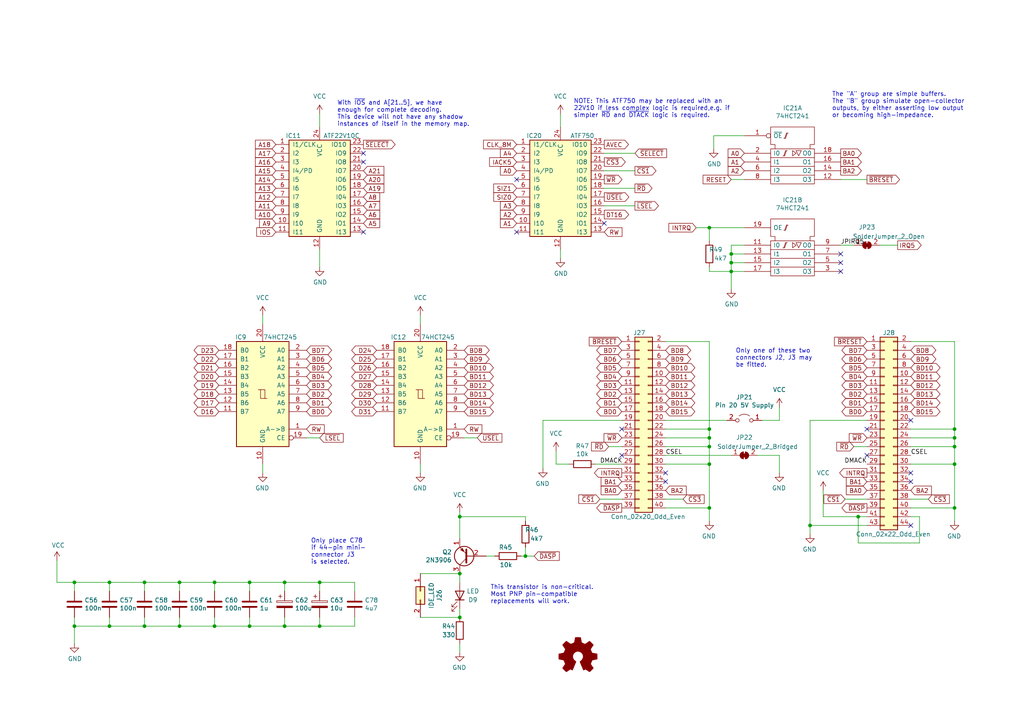
<source format=kicad_sch>
(kicad_sch (version 20211123) (generator eeschema)
  (paper "A4")
  (title_block (title "ROSCO_M68K IDE/ATA EXPANSION") (date "2022-01-14") (rev "p4") (company "GTA") (comment 2 "Open Source Hardware licenced under CERN Open Hardware Licence") (comment 3 "https://certification.oshwa.org/uk000028.html") (comment 4 "Copyright ©2021 Mark Murray"))
  (lib_symbols
    (symbol "74xx:74HC245" (pin_names (offset 1.016))
      (property "Reference" "U" (at -7.62 16.51 0))
      (property "Value" "74HC245" (at -7.62 -16.51 0))
      (symbol "74HC245_1_0"
        (pin input line (at -12.7 -10.16 0) (length 5.08) (name "A->B") (number "1"))
        (pin power_in line (at 0 -20.32 90) (length 5.08) (name "GND") (number "10"))
        (pin tri_state line (at 12.7 -5.08 180) (length 5.08) (name "B7") (number "11"))
        (pin tri_state line (at 12.7 -2.54 180) (length 5.08) (name "B6") (number "12"))
        (pin tri_state line (at 12.7 0 180) (length 5.08) (name "B5") (number "13"))
        (pin tri_state line (at 12.7 2.54 180) (length 5.08) (name "B4") (number "14"))
        (pin tri_state line (at 12.7 5.08 180) (length 5.08) (name "B3") (number "15"))
        (pin tri_state line (at 12.7 7.62 180) (length 5.08) (name "B2") (number "16"))
        (pin tri_state line (at 12.7 10.16 180) (length 5.08) (name "B1") (number "17"))
        (pin tri_state line (at 12.7 12.7 180) (length 5.08) (name "B0") (number "18"))
        (pin input inverted (at -12.7 -12.7 0) (length 5.08) (name "CE") (number "19"))
        (pin tri_state line (at -12.7 12.7 0) (length 5.08) (name "A0") (number "2"))
        (pin power_in line (at 0 20.32 270) (length 5.08) (name "VCC") (number "20"))
        (pin tri_state line (at -12.7 10.16 0) (length 5.08) (name "A1") (number "3"))
        (pin tri_state line (at -12.7 7.62 0) (length 5.08) (name "A2") (number "4"))
        (pin tri_state line (at -12.7 5.08 0) (length 5.08) (name "A3") (number "5"))
        (pin tri_state line (at -12.7 2.54 0) (length 5.08) (name "A4") (number "6"))
        (pin tri_state line (at -12.7 0 0) (length 5.08) (name "A5") (number "7"))
        (pin tri_state line (at -12.7 -2.54 0) (length 5.08) (name "A6") (number "8"))
        (pin tri_state line (at -12.7 -5.08 0) (length 5.08) (name "A7") (number "9"))
      )
    )
    (symbol "74xx_IEEE:74LS241" (pin_names (offset 0.762))
      (property "Reference" "U" (at 8.89 10.16 0))
      (property "Value" "74LS241" (at 6.35 -7.62 0))
      (symbol "74LS241_0_0"
        (pin power_in line (at 1.27 10.16 270) (length 0) hide (name "GND") (number "10"))
        (pin power_in line (at 5.08 10.16 270) (length 0) hide (name "VCC") (number "20"))
      )
      (symbol "74LS241_1_1"
        (pin input inverted (at -13.97 7.62 0) (length 7.62) (name "~{OE}") (number "1"))
        (pin tri_state line (at 13.97 -5.08 180) (length 7.62) (name "O3") (number "12"))
        (pin tri_state line (at 13.97 -2.54 180) (length 7.62) (name "O2") (number "14"))
        (pin tri_state line (at 13.97 0 180) (length 7.62) (name "O1") (number "16"))
        (pin tri_state line (at 13.97 2.54 180) (length 7.62) (name "O0") (number "18"))
        (pin input line (at -13.97 2.54 0) (length 7.62) (name "I0") (number "2"))
        (pin input line (at -13.97 0 0) (length 7.62) (name "I1") (number "4"))
        (pin input line (at -13.97 -2.54 0) (length 7.62) (name "I2") (number "6"))
        (pin input line (at -13.97 -5.08 0) (length 7.62) (name "I3") (number "8"))
      )
      (symbol "74LS241_2_1"
        (pin input line (at -13.97 2.54 0) (length 7.62) (name "I0") (number "11"))
        (pin input line (at -13.97 0 0) (length 7.62) (name "I1") (number "13"))
        (pin input line (at -13.97 -2.54 0) (length 7.62) (name "I2") (number "15"))
        (pin input line (at -13.97 -5.08 0) (length 7.62) (name "I3") (number "17"))
        (pin input line (at -13.97 7.62 0) (length 7.62) (name "OE") (number "19"))
        (pin tri_state line (at 13.97 -5.08 180) (length 7.62) (name "O3") (number "3"))
        (pin tri_state line (at 13.97 -2.54 180) (length 7.62) (name "O2") (number "5"))
        (pin tri_state line (at 13.97 0 180) (length 7.62) (name "O1") (number "7"))
        (pin tri_state line (at 13.97 2.54 180) (length 7.62) (name "O0") (number "9"))
      )
    )
    (symbol "Connector_Generic:Conn_02x01" (pin_names (offset 1.016) hide)
      (property "Reference" "J" (at 1.27 2.54 0))
      (property "Value" "Conn_02x01" (at 1.27 -2.54 0))
      (symbol "Conn_02x01_1_1"
        (pin passive line (at -5.08 0 0) (length 3.81) (name "Pin_1") (number "1"))
        (pin passive line (at 7.62 0 180) (length 3.81) (name "Pin_2") (number "2"))
      )
    )
    (symbol "Connector_Generic:Conn_02x20_Odd_Even" (pin_names (offset 1.016) hide)
      (property "Reference" "J" (at 1.27 25.4 0))
      (property "Value" "Conn_02x20_Odd_Even" (at 1.27 -27.94 0))
      (symbol "Conn_02x20_Odd_Even_1_1"
        (pin passive line (at -5.08 22.86 0) (length 3.81) (name "Pin_1") (number "1"))
        (pin passive line (at 7.62 12.7 180) (length 3.81) (name "Pin_10") (number "10"))
        (pin passive line (at -5.08 10.16 0) (length 3.81) (name "Pin_11") (number "11"))
        (pin passive line (at 7.62 10.16 180) (length 3.81) (name "Pin_12") (number "12"))
        (pin passive line (at -5.08 7.62 0) (length 3.81) (name "Pin_13") (number "13"))
        (pin passive line (at 7.62 7.62 180) (length 3.81) (name "Pin_14") (number "14"))
        (pin passive line (at -5.08 5.08 0) (length 3.81) (name "Pin_15") (number "15"))
        (pin passive line (at 7.62 5.08 180) (length 3.81) (name "Pin_16") (number "16"))
        (pin passive line (at -5.08 2.54 0) (length 3.81) (name "Pin_17") (number "17"))
        (pin passive line (at 7.62 2.54 180) (length 3.81) (name "Pin_18") (number "18"))
        (pin passive line (at -5.08 0 0) (length 3.81) (name "Pin_19") (number "19"))
        (pin passive line (at 7.62 22.86 180) (length 3.81) (name "Pin_2") (number "2"))
        (pin passive line (at 7.62 0 180) (length 3.81) (name "Pin_20") (number "20"))
        (pin passive line (at -5.08 -2.54 0) (length 3.81) (name "Pin_21") (number "21"))
        (pin passive line (at 7.62 -2.54 180) (length 3.81) (name "Pin_22") (number "22"))
        (pin passive line (at -5.08 -5.08 0) (length 3.81) (name "Pin_23") (number "23"))
        (pin passive line (at 7.62 -5.08 180) (length 3.81) (name "Pin_24") (number "24"))
        (pin passive line (at -5.08 -7.62 0) (length 3.81) (name "Pin_25") (number "25"))
        (pin passive line (at 7.62 -7.62 180) (length 3.81) (name "Pin_26") (number "26"))
        (pin passive line (at -5.08 -10.16 0) (length 3.81) (name "Pin_27") (number "27"))
        (pin passive line (at 7.62 -10.16 180) (length 3.81) (name "Pin_28") (number "28"))
        (pin passive line (at -5.08 -12.7 0) (length 3.81) (name "Pin_29") (number "29"))
        (pin passive line (at -5.08 20.32 0) (length 3.81) (name "Pin_3") (number "3"))
        (pin passive line (at 7.62 -12.7 180) (length 3.81) (name "Pin_30") (number "30"))
        (pin passive line (at -5.08 -15.24 0) (length 3.81) (name "Pin_31") (number "31"))
        (pin passive line (at 7.62 -15.24 180) (length 3.81) (name "Pin_32") (number "32"))
        (pin passive line (at -5.08 -17.78 0) (length 3.81) (name "Pin_33") (number "33"))
        (pin passive line (at 7.62 -17.78 180) (length 3.81) (name "Pin_34") (number "34"))
        (pin passive line (at -5.08 -20.32 0) (length 3.81) (name "Pin_35") (number "35"))
        (pin passive line (at 7.62 -20.32 180) (length 3.81) (name "Pin_36") (number "36"))
        (pin passive line (at -5.08 -22.86 0) (length 3.81) (name "Pin_37") (number "37"))
        (pin passive line (at 7.62 -22.86 180) (length 3.81) (name "Pin_38") (number "38"))
        (pin passive line (at -5.08 -25.4 0) (length 3.81) (name "Pin_39") (number "39"))
        (pin passive line (at 7.62 20.32 180) (length 3.81) (name "Pin_4") (number "4"))
        (pin passive line (at 7.62 -25.4 180) (length 3.81) (name "Pin_40") (number "40"))
        (pin passive line (at -5.08 17.78 0) (length 3.81) (name "Pin_5") (number "5"))
        (pin passive line (at 7.62 17.78 180) (length 3.81) (name "Pin_6") (number "6"))
        (pin passive line (at -5.08 15.24 0) (length 3.81) (name "Pin_7") (number "7"))
        (pin passive line (at 7.62 15.24 180) (length 3.81) (name "Pin_8") (number "8"))
        (pin passive line (at -5.08 12.7 0) (length 3.81) (name "Pin_9") (number "9"))
      )
    )
    (symbol "Connector_Generic:Conn_02x22_Odd_Even" (pin_names (offset 1.016) hide)
      (property "Reference" "J" (at 1.27 27.94 0))
      (property "Value" "Conn_02x22_Odd_Even" (at 1.27 -30.48 0))
      (symbol "Conn_02x22_Odd_Even_1_1"
        (pin passive line (at -5.08 25.4 0) (length 3.81) (name "Pin_1") (number "1"))
        (pin passive line (at 7.62 15.24 180) (length 3.81) (name "Pin_10") (number "10"))
        (pin passive line (at -5.08 12.7 0) (length 3.81) (name "Pin_11") (number "11"))
        (pin passive line (at 7.62 12.7 180) (length 3.81) (name "Pin_12") (number "12"))
        (pin passive line (at -5.08 10.16 0) (length 3.81) (name "Pin_13") (number "13"))
        (pin passive line (at 7.62 10.16 180) (length 3.81) (name "Pin_14") (number "14"))
        (pin passive line (at -5.08 7.62 0) (length 3.81) (name "Pin_15") (number "15"))
        (pin passive line (at 7.62 7.62 180) (length 3.81) (name "Pin_16") (number "16"))
        (pin passive line (at -5.08 5.08 0) (length 3.81) (name "Pin_17") (number "17"))
        (pin passive line (at 7.62 5.08 180) (length 3.81) (name "Pin_18") (number "18"))
        (pin passive line (at -5.08 2.54 0) (length 3.81) (name "Pin_19") (number "19"))
        (pin passive line (at 7.62 25.4 180) (length 3.81) (name "Pin_2") (number "2"))
        (pin passive line (at 7.62 2.54 180) (length 3.81) (name "Pin_20") (number "20"))
        (pin passive line (at -5.08 0 0) (length 3.81) (name "Pin_21") (number "21"))
        (pin passive line (at 7.62 0 180) (length 3.81) (name "Pin_22") (number "22"))
        (pin passive line (at -5.08 -2.54 0) (length 3.81) (name "Pin_23") (number "23"))
        (pin passive line (at 7.62 -2.54 180) (length 3.81) (name "Pin_24") (number "24"))
        (pin passive line (at -5.08 -5.08 0) (length 3.81) (name "Pin_25") (number "25"))
        (pin passive line (at 7.62 -5.08 180) (length 3.81) (name "Pin_26") (number "26"))
        (pin passive line (at -5.08 -7.62 0) (length 3.81) (name "Pin_27") (number "27"))
        (pin passive line (at 7.62 -7.62 180) (length 3.81) (name "Pin_28") (number "28"))
        (pin passive line (at -5.08 -10.16 0) (length 3.81) (name "Pin_29") (number "29"))
        (pin passive line (at -5.08 22.86 0) (length 3.81) (name "Pin_3") (number "3"))
        (pin passive line (at 7.62 -10.16 180) (length 3.81) (name "Pin_30") (number "30"))
        (pin passive line (at -5.08 -12.7 0) (length 3.81) (name "Pin_31") (number "31"))
        (pin passive line (at 7.62 -12.7 180) (length 3.81) (name "Pin_32") (number "32"))
        (pin passive line (at -5.08 -15.24 0) (length 3.81) (name "Pin_33") (number "33"))
        (pin passive line (at 7.62 -15.24 180) (length 3.81) (name "Pin_34") (number "34"))
        (pin passive line (at -5.08 -17.78 0) (length 3.81) (name "Pin_35") (number "35"))
        (pin passive line (at 7.62 -17.78 180) (length 3.81) (name "Pin_36") (number "36"))
        (pin passive line (at -5.08 -20.32 0) (length 3.81) (name "Pin_37") (number "37"))
        (pin passive line (at 7.62 -20.32 180) (length 3.81) (name "Pin_38") (number "38"))
        (pin passive line (at -5.08 -22.86 0) (length 3.81) (name "Pin_39") (number "39"))
        (pin passive line (at 7.62 22.86 180) (length 3.81) (name "Pin_4") (number "4"))
        (pin passive line (at 7.62 -22.86 180) (length 3.81) (name "Pin_40") (number "40"))
        (pin passive line (at -5.08 -25.4 0) (length 3.81) (name "Pin_41") (number "41"))
        (pin passive line (at 7.62 -25.4 180) (length 3.81) (name "Pin_42") (number "42"))
        (pin passive line (at -5.08 -27.94 0) (length 3.81) (name "Pin_43") (number "43"))
        (pin passive line (at 7.62 -27.94 180) (length 3.81) (name "Pin_44") (number "44"))
        (pin passive line (at -5.08 20.32 0) (length 3.81) (name "Pin_5") (number "5"))
        (pin passive line (at 7.62 20.32 180) (length 3.81) (name "Pin_6") (number "6"))
        (pin passive line (at -5.08 17.78 0) (length 3.81) (name "Pin_7") (number "7"))
        (pin passive line (at 7.62 17.78 180) (length 3.81) (name "Pin_8") (number "8"))
        (pin passive line (at -5.08 15.24 0) (length 3.81) (name "Pin_9") (number "9"))
      )
    )
    (symbol "Device:C" (pin_numbers hide) (pin_names (offset 0.254))
      (property "Reference" "C" (at 0.635 2.54 0))
      (property "Value" "C" (at 0.635 -2.54 0))
      (symbol "C_1_1"
        (pin passive line (at 0 3.81 270) (length 2.794) (name "~") (number "1"))
        (pin passive line (at 0 -3.81 90) (length 2.794) (name "~") (number "2"))
      )
    )
    (symbol "Device:C_Polarized" (pin_numbers hide) (pin_names (offset 0.254))
      (property "Reference" "C" (at 0.635 2.54 0))
      (property "Value" "C_Polarized" (at 0.635 -2.54 0))
      (symbol "C_Polarized_1_1"
        (pin passive line (at 0 3.81 270) (length 2.794) (name "~") (number "1"))
        (pin passive line (at 0 -3.81 90) (length 2.794) (name "~") (number "2"))
      )
    )
    (symbol "Device:LED" (pin_numbers hide) (pin_names (offset 1.016) hide)
      (property "Reference" "D" (at 0 2.54 0))
      (property "Value" "LED" (at 0 -2.54 0))
      (symbol "LED_1_1"
        (pin passive line (at -3.81 0 0) (length 2.54) (name "K") (number "1"))
        (pin passive line (at 3.81 0 180) (length 2.54) (name "A") (number "2"))
      )
    )
    (symbol "Device:Q_PNP_EBC" (pin_names (offset 0) hide)
      (property "Reference" "Q" (at 5.08 1.27 0))
      (property "Value" "Q_PNP_EBC" (at 5.08 -1.27 0))
      (symbol "Q_PNP_EBC_1_1"
        (pin passive line (at 2.54 -5.08 90) (length 2.54) (name "E") (number "1"))
        (pin input line (at -5.08 0 0) (length 5.715) (name "B") (number "2"))
        (pin passive line (at 2.54 5.08 270) (length 2.54) (name "C") (number "3"))
      )
    )
    (symbol "Device:R" (pin_numbers hide) (pin_names (offset 0))
      (property "Reference" "R" (at 2.032 0 90))
      (property "Value" "R" (at 0 0 90))
      (symbol "R_1_1"
        (pin passive line (at 0 3.81 270) (length 1.27) (name "~") (number "1"))
        (pin passive line (at 0 -3.81 90) (length 1.27) (name "~") (number "2"))
      )
    )
    (symbol "Graphic:Logo_Open_Hardware_Small" (pin_names (offset 1.016)))
    (symbol "Jumper:Jumper_2_Open" (pin_names (offset 0) hide)
      (property "Reference" "JP" (at 0 2.794 0))
      (property "Value" "Jumper_2_Open" (at 0 -2.286 0))
      (symbol "Jumper_2_Open_1_1"
        (pin passive line (at -5.08 0 0) (length 2.54) (name "A") (number "1"))
        (pin passive line (at 5.08 0 180) (length 2.54) (name "B") (number "2"))
      )
    )
    (symbol "Jumper:SolderJumper_2_Bridged" (pin_names (offset 0) hide)
      (property "Reference" "JP" (at 0 2.032 0))
      (property "Value" "SolderJumper_2_Bridged" (at 0 -2.54 0))
      (symbol "SolderJumper_2_Bridged_1_1"
        (pin passive line (at -3.81 0 0) (length 2.54) (name "A") (number "1"))
        (pin passive line (at 3.81 0 180) (length 2.54) (name "B") (number "2"))
      )
    )
    (symbol "power:GND" (power) (pin_names (offset 0))
      (property "Value" "GND" (at 0 -3.81 0))
      (symbol "GND_1_1"
        (pin power_in line (at 0 0 270) (length 0) hide (name "GND") (number "1"))
      )
    )
    (symbol "power:VCC" (power) (pin_names (offset 0))
      (property "Value" "VCC" (at 0 3.81 0))
      (symbol "VCC_1_1"
        (pin power_in line (at 0 0 90) (length 0) hide (name "VCC") (number "1"))
      )
    )
    (symbol "rosco_m68k:GAL22V10" (pin_names (offset 1.016))
      (property "Reference" "IC" (at -8.89 16.51 0))
      (property "Value" "GAL22V10" (at 1.27 16.51 0))
      (symbol "GAL22V10_0_0"
        (pin power_in line (at 0 -17.78 90) (length 3.81) (name "GND") (number "12"))
        (pin power_in line (at 0 17.78 270) (length 3.81) (name "VCC") (number "24"))
      )
      (symbol "GAL22V10_1_1"
        (pin input line (at -12.7 12.7 0) (length 3.81) (name "I1/CLK") (number "1"))
        (pin input line (at -12.7 -10.16 0) (length 3.81) (name "I10") (number "10"))
        (pin input line (at -12.7 -12.7 0) (length 3.81) (name "I11") (number "11"))
        (pin input line (at 12.7 -12.7 180) (length 3.81) (name "I13") (number "13"))
        (pin bidirectional line (at 12.7 -10.16 180) (length 3.81) (name "IO1") (number "14"))
        (pin bidirectional line (at 12.7 -7.62 180) (length 3.81) (name "IO2") (number "15"))
        (pin bidirectional line (at 12.7 -5.08 180) (length 3.81) (name "IO3") (number "16"))
        (pin bidirectional line (at 12.7 -2.54 180) (length 3.81) (name "I04") (number "17"))
        (pin bidirectional line (at 12.7 0 180) (length 3.81) (name "IO5") (number "18"))
        (pin bidirectional line (at 12.7 2.54 180) (length 3.81) (name "IO6") (number "19"))
        (pin input line (at -12.7 10.16 0) (length 3.81) (name "I2") (number "2"))
        (pin bidirectional line (at 12.7 5.08 180) (length 3.81) (name "IO7") (number "20"))
        (pin bidirectional line (at 12.7 7.62 180) (length 3.81) (name "IO8") (number "21"))
        (pin bidirectional line (at 12.7 10.16 180) (length 3.81) (name "IO9") (number "22"))
        (pin bidirectional line (at 12.7 12.7 180) (length 3.81) (name "IO10") (number "23"))
        (pin input line (at -12.7 7.62 0) (length 3.81) (name "I3") (number "3"))
        (pin input line (at -12.7 5.08 0) (length 3.81) (name "I4/PD") (number "4"))
        (pin input line (at -12.7 2.54 0) (length 3.81) (name "I5") (number "5"))
        (pin input line (at -12.7 0 0) (length 3.81) (name "I6") (number "6"))
        (pin input line (at -12.7 -2.54 0) (length 3.81) (name "I7") (number "7"))
        (pin input line (at -12.7 -5.08 0) (length 3.81) (name "I8") (number "8"))
        (pin input line (at -12.7 -7.62 0) (length 3.81) (name "I9") (number "9"))
      )
    )
  )
  (junction (at 41.91 181.61))
  (junction (at 92.71 168.91))
  (junction (at 205.74 134.62))
  (junction (at 21.59 181.61))
  (junction (at 31.75 168.91))
  (junction (at 92.71 181.61))
  (junction (at 133.35 149.86))
  (junction (at 133.35 179.07))
  (junction (at 62.23 181.61))
  (junction (at 52.07 181.61))
  (junction (at 276.86 124.46))
  (junction (at 276.86 134.62))
  (junction (at 82.55 181.61))
  (junction (at 72.39 181.61))
  (junction (at 152.4 161.29))
  (junction (at 205.74 124.46))
  (junction (at 234.95 152.4))
  (junction (at 62.23 168.91))
  (junction (at 72.39 168.91))
  (junction (at 212.09 76.2))
  (junction (at 205.74 66.04))
  (junction (at 212.09 78.74))
  (junction (at 276.86 127))
  (junction (at 205.74 147.32))
  (junction (at 205.74 127))
  (junction (at 31.75 181.61))
  (junction (at 276.86 129.54))
  (junction (at 212.09 73.66))
  (junction (at 133.35 166.37))
  (junction (at 248.92 149.86))
  (junction (at 276.86 147.32))
  (junction (at 21.59 168.91))
  (junction (at 52.07 168.91))
  (junction (at 41.91 168.91))
  (junction (at 205.74 129.54))
  (junction (at 82.55 168.91))
  (no_connect (at 105.41 44.45))
  (no_connect (at 243.84 76.2))
  (no_connect (at 251.46 132.08))
  (no_connect (at 243.84 78.74))
  (no_connect (at 264.16 139.7))
  (no_connect (at 175.26 64.77))
  (no_connect (at 251.46 124.46))
  (no_connect (at 243.84 73.66))
  (no_connect (at 193.04 137.16))
  (no_connect (at 180.34 132.08))
  (no_connect (at 264.16 137.16))
  (no_connect (at 180.34 124.46))
  (no_connect (at 105.41 67.31))
  (no_connect (at 149.86 67.31))
  (no_connect (at 264.16 152.4))
  (no_connect (at 149.86 52.07))
  (no_connect (at 193.04 139.7))
  (no_connect (at 105.41 46.99))
  (no_connect (at 264.16 121.92))
  (wire (pts (xy 173.99 144.78) (xy 180.34 144.78)))
  (wire (pts (xy 88.9 127) (xy 92.71 127)))
  (wire (pts (xy 205.74 66.04) (xy 215.9 66.04)))
  (wire (pts (xy 276.86 129.54) (xy 276.86 134.62)))
  (wire (pts (xy 201.93 66.04) (xy 205.74 66.04)))
  (wire (pts (xy 121.92 179.07) (xy 133.35 179.07)))
  (wire (pts (xy 219.71 132.08) (xy 226.06 132.08)))
  (wire (pts (xy 72.39 168.91) (xy 82.55 168.91)))
  (wire (pts (xy 276.86 147.32) (xy 276.86 151.13)))
  (wire (pts (xy 52.07 181.61) (xy 52.07 179.07)))
  (wire (pts (xy 193.04 147.32) (xy 205.74 147.32)))
  (wire (pts (xy 62.23 168.91) (xy 72.39 168.91)))
  (wire (pts (xy 205.74 129.54) (xy 205.74 127)))
  (wire (pts (xy 238.76 149.86) (xy 248.92 149.86)))
  (wire (pts (xy 165.1 134.62) (xy 161.29 134.62)))
  (wire (pts (xy 247.65 129.54) (xy 251.46 129.54)))
  (wire (pts (xy 226.06 118.11) (xy 226.06 121.92)))
  (wire (pts (xy 133.35 149.86) (xy 152.4 149.86)))
  (wire (pts (xy 264.16 124.46) (xy 276.86 124.46)))
  (wire (pts (xy 176.53 129.54) (xy 180.34 129.54)))
  (wire (pts (xy 193.04 127) (xy 205.74 127)))
  (wire (pts (xy 264.16 144.78) (xy 269.24 144.78)))
  (wire (pts (xy 193.04 121.92) (xy 210.82 121.92)))
  (wire (pts (xy 133.35 148.59) (xy 133.35 149.86)))
  (wire (pts (xy 121.92 134.62) (xy 121.92 137.16)))
  (wire (pts (xy 193.04 144.78) (xy 198.12 144.78)))
  (wire (pts (xy 212.09 76.2) (xy 212.09 78.74)))
  (wire (pts (xy 102.87 179.07) (xy 102.87 181.61)))
  (wire (pts (xy 92.71 33.02) (xy 92.71 36.83)))
  (wire (pts (xy 243.84 52.07) (xy 251.46 52.07)))
  (wire (pts (xy 16.51 162.56) (xy 16.51 168.91)))
  (wire (pts (xy 215.9 73.66) (xy 212.09 73.66)))
  (wire (pts (xy 31.75 168.91) (xy 31.75 171.45)))
  (wire (pts (xy 21.59 168.91) (xy 31.75 168.91)))
  (wire (pts (xy 205.74 129.54) (xy 205.74 134.62)))
  (wire (pts (xy 92.71 181.61) (xy 92.71 179.07)))
  (wire (pts (xy 205.74 147.32) (xy 205.74 151.13)))
  (wire (pts (xy 212.09 52.07) (xy 215.9 52.07)))
  (wire (pts (xy 133.35 166.37) (xy 133.35 168.91)))
  (wire (pts (xy 52.07 168.91) (xy 52.07 171.45)))
  (wire (pts (xy 238.76 142.24) (xy 238.76 149.86)))
  (wire (pts (xy 31.75 181.61) (xy 31.75 179.07)))
  (wire (pts (xy 92.71 168.91) (xy 102.87 168.91)))
  (wire (pts (xy 175.26 54.61) (xy 184.15 54.61)))
  (wire (pts (xy 212.09 73.66) (xy 212.09 76.2)))
  (wire (pts (xy 266.7 149.86) (xy 264.16 149.86)))
  (wire (pts (xy 215.9 39.37) (xy 207.01 39.37)))
  (wire (pts (xy 251.46 121.92) (xy 234.95 121.92)))
  (wire (pts (xy 41.91 168.91) (xy 41.91 171.45)))
  (wire (pts (xy 121.92 166.37) (xy 133.35 166.37)))
  (wire (pts (xy 82.55 181.61) (xy 82.55 179.07)))
  (wire (pts (xy 207.01 39.37) (xy 207.01 43.18)))
  (wire (pts (xy 212.09 71.12) (xy 212.09 73.66)))
  (wire (pts (xy 62.23 181.61) (xy 72.39 181.61)))
  (wire (pts (xy 133.35 176.53) (xy 133.35 179.07)))
  (wire (pts (xy 21.59 168.91) (xy 21.59 171.45)))
  (wire (pts (xy 162.56 72.39) (xy 162.56 74.93)))
  (wire (pts (xy 205.74 99.06) (xy 193.04 99.06)))
  (wire (pts (xy 151.13 161.29) (xy 152.4 161.29)))
  (wire (pts (xy 62.23 181.61) (xy 62.23 179.07)))
  (wire (pts (xy 72.39 181.61) (xy 72.39 179.07)))
  (wire (pts (xy 62.23 168.91) (xy 62.23 171.45)))
  (wire (pts (xy 193.04 129.54) (xy 205.74 129.54)))
  (wire (pts (xy 193.04 134.62) (xy 205.74 134.62)))
  (wire (pts (xy 234.95 152.4) (xy 234.95 154.94)))
  (wire (pts (xy 41.91 181.61) (xy 41.91 179.07)))
  (wire (pts (xy 21.59 179.07) (xy 21.59 181.61)))
  (wire (pts (xy 162.56 33.02) (xy 162.56 36.83)))
  (wire (pts (xy 205.74 78.74) (xy 212.09 78.74)))
  (wire (pts (xy 143.51 161.29) (xy 140.97 161.29)))
  (wire (pts (xy 264.16 127) (xy 276.86 127)))
  (wire (pts (xy 82.55 168.91) (xy 92.71 168.91)))
  (wire (pts (xy 184.15 49.53) (xy 175.26 49.53)))
  (wire (pts (xy 276.86 129.54) (xy 276.86 127)))
  (wire (pts (xy 248.92 149.86) (xy 248.92 157.48)))
  (wire (pts (xy 82.55 168.91) (xy 82.55 171.45)))
  (wire (pts (xy 245.11 144.78) (xy 251.46 144.78)))
  (wire (pts (xy 234.95 121.92) (xy 234.95 152.4)))
  (wire (pts (xy 41.91 168.91) (xy 52.07 168.91)))
  (wire (pts (xy 260.35 71.12) (xy 255.27 71.12)))
  (wire (pts (xy 264.16 134.62) (xy 276.86 134.62)))
  (wire (pts (xy 121.92 91.44) (xy 121.92 93.98)))
  (wire (pts (xy 193.04 124.46) (xy 205.74 124.46)))
  (wire (pts (xy 180.34 121.92) (xy 157.48 121.92)))
  (wire (pts (xy 82.55 181.61) (xy 92.71 181.61)))
  (wire (pts (xy 133.35 149.86) (xy 133.35 156.21)))
  (wire (pts (xy 264.16 129.54) (xy 276.86 129.54)))
  (wire (pts (xy 220.98 121.92) (xy 226.06 121.92)))
  (wire (pts (xy 52.07 181.61) (xy 62.23 181.61)))
  (wire (pts (xy 226.06 132.08) (xy 226.06 137.16)))
  (wire (pts (xy 205.74 124.46) (xy 205.74 99.06)))
  (wire (pts (xy 41.91 181.61) (xy 52.07 181.61)))
  (wire (pts (xy 152.4 149.86) (xy 152.4 151.13)))
  (wire (pts (xy 76.2 91.44) (xy 76.2 93.98)))
  (wire (pts (xy 212.09 78.74) (xy 212.09 83.82)))
  (wire (pts (xy 102.87 168.91) (xy 102.87 171.45)))
  (wire (pts (xy 31.75 181.61) (xy 41.91 181.61)))
  (wire (pts (xy 215.9 78.74) (xy 212.09 78.74)))
  (wire (pts (xy 92.71 72.39) (xy 92.71 77.47)))
  (wire (pts (xy 264.16 147.32) (xy 276.86 147.32)))
  (wire (pts (xy 16.51 168.91) (xy 21.59 168.91)))
  (wire (pts (xy 205.74 147.32) (xy 205.74 134.62)))
  (wire (pts (xy 21.59 181.61) (xy 31.75 181.61)))
  (wire (pts (xy 243.84 71.12) (xy 247.65 71.12)))
  (wire (pts (xy 72.39 181.61) (xy 82.55 181.61)))
  (wire (pts (xy 31.75 168.91) (xy 41.91 168.91)))
  (wire (pts (xy 161.29 130.81) (xy 161.29 134.62)))
  (wire (pts (xy 172.72 134.62) (xy 180.34 134.62)))
  (wire (pts (xy 92.71 168.91) (xy 92.71 171.45)))
  (wire (pts (xy 184.15 44.45) (xy 175.26 44.45)))
  (wire (pts (xy 248.92 157.48) (xy 266.7 157.48)))
  (wire (pts (xy 157.48 121.92) (xy 157.48 135.89)))
  (wire (pts (xy 276.86 124.46) (xy 276.86 99.06)))
  (wire (pts (xy 134.62 127) (xy 138.43 127)))
  (wire (pts (xy 175.26 59.69) (xy 184.15 59.69)))
  (wire (pts (xy 276.86 147.32) (xy 276.86 134.62)))
  (wire (pts (xy 251.46 152.4) (xy 234.95 152.4)))
  (wire (pts (xy 76.2 134.62) (xy 76.2 137.16)))
  (wire (pts (xy 193.04 132.08) (xy 212.09 132.08)))
  (wire (pts (xy 72.39 168.91) (xy 72.39 171.45)))
  (wire (pts (xy 248.92 149.86) (xy 251.46 149.86)))
  (wire (pts (xy 152.4 161.29) (xy 154.94 161.29)))
  (wire (pts (xy 215.9 76.2) (xy 212.09 76.2)))
  (wire (pts (xy 276.86 99.06) (xy 264.16 99.06)))
  (wire (pts (xy 102.87 181.61) (xy 92.71 181.61)))
  (wire (pts (xy 52.07 168.91) (xy 62.23 168.91)))
  (wire (pts (xy 205.74 127) (xy 205.74 124.46)))
  (wire (pts (xy 21.59 181.61) (xy 21.59 186.69)))
  (wire (pts (xy 205.74 77.47) (xy 205.74 78.74)))
  (wire (pts (xy 266.7 157.48) (xy 266.7 149.86)))
  (wire (pts (xy 276.86 127) (xy 276.86 124.46)))
  (wire (pts (xy 152.4 158.75) (xy 152.4 161.29)))
  (wire (pts (xy 133.35 186.69) (xy 133.35 189.23)))
  (wire (pts (xy 215.9 71.12) (xy 212.09 71.12)))
  (wire (pts (xy 205.74 66.04) (xy 205.74 69.85)))
  (text "This transistor is non-critical.\nMost PNP pin-compatible\nreplacements will work." (at 142.24 175.26 0) (effects (font (size 1.27 1.27)) (justify left bottom)))
  (text "NOTE: This ATF750 may be replaced with an\n22V10 if less complex logic is required,e.g. if\nsimpler ~{RD} and ~{DTACK} logic is required." (at 166.37 34.29 0) (effects (font (size 1.27 1.27)) (justify left bottom)))
  (text "Only place C78\nif 44-pin mini-\nconnector J3\nis selected." (at 90.17 163.83 0) (effects (font (size 1.27 1.27)) (justify left bottom)))
  (text "The \"A\" group are simple buffers.\nThe \"B\" group simulate open-collector\noutputs, by either asserting low output\nor becoming high-impedance." (at 241.3 34.29 0) (effects (font (size 1.27 1.27)) (justify left bottom)))
  (text "Only one of these two\nconnectors J2, J3 may\nbe fitted." (at 213.36 106.68 0) (effects (font (size 1.27 1.27)) (justify left bottom)))
  (text "With ~{IOS} and A[21..5], we have\nenough for complete decoding.\nThis device will not have any shadow\ninstances of itself in the memory map." (at 97.79 36.83 0) (effects (font (size 1.27 1.27)) (justify left bottom)))
  (label "DMACK" (at 173.99 134.62 0))
  (label "JPIRQ5" (at 243.84 71.12 0))
  (label "DMACK" (at 251.46 134.62 180))
  (label "CSEL" (at 193.04 132.08 0))
  (label "CSEL" (at 264.16 132.08 0))
  (global_label "D30" (shape bidirectional) (at 109.22 116.84 180) (property "Intersheet References" "${INTERSHEET_REFS}" (effects hide)))
  (global_label "RW" (shape input) (at 175.26 67.31 0) (property "Intersheet References" "${INTERSHEET_REFS}" (effects hide)))
  (global_label "BD1" (shape bidirectional) (at 180.34 116.84 180) (property "Intersheet References" "${INTERSHEET_REFS}" (effects hide)))
  (global_label "A0" (shape input) (at 215.9 44.45 180) (property "Intersheet References" "${INTERSHEET_REFS}" (effects hide)))
  (global_label "BD13" (shape bidirectional) (at 134.62 114.3 0) (property "Intersheet References" "${INTERSHEET_REFS}" (effects hide)))
  (global_label "BA2" (shape input) (at 193.04 142.24 0) (property "Intersheet References" "${INTERSHEET_REFS}" (effects hide)))
  (global_label "~{RD}" (shape output) (at 184.15 54.61 0) (property "Intersheet References" "${INTERSHEET_REFS}" (effects hide)))
  (global_label "BD5" (shape bidirectional) (at 180.34 106.68 180) (property "Intersheet References" "${INTERSHEET_REFS}" (effects hide)))
  (global_label "~{WR}" (shape output) (at 175.26 52.07 0) (property "Intersheet References" "${INTERSHEET_REFS}" (effects hide)))
  (global_label "BD13" (shape bidirectional) (at 193.04 114.3 0) (property "Intersheet References" "${INTERSHEET_REFS}" (effects hide)))
  (global_label "BA1" (shape input) (at 180.34 139.7 180) (property "Intersheet References" "${INTERSHEET_REFS}" (effects hide)))
  (global_label "~{BRESET}" (shape input) (at 180.34 99.06 180) (property "Intersheet References" "${INTERSHEET_REFS}" (effects hide)))
  (global_label "D23" (shape bidirectional) (at 63.5 101.6 180) (property "Intersheet References" "${INTERSHEET_REFS}" (effects hide)))
  (global_label "~{CS1}" (shape input) (at 173.99 144.78 180) (property "Intersheet References" "${INTERSHEET_REFS}" (effects hide)))
  (global_label "BD14" (shape bidirectional) (at 264.16 116.84 0) (property "Intersheet References" "${INTERSHEET_REFS}" (effects hide)))
  (global_label "A2" (shape input) (at 149.86 62.23 180) (property "Intersheet References" "${INTERSHEET_REFS}" (effects hide)))
  (global_label "RW" (shape input) (at 134.62 124.46 0) (property "Intersheet References" "${INTERSHEET_REFS}" (effects hide)))
  (global_label "A7" (shape input) (at 105.41 59.69 0) (property "Intersheet References" "${INTERSHEET_REFS}" (effects hide)))
  (global_label "~{WR}" (shape input) (at 251.46 127 180) (property "Intersheet References" "${INTERSHEET_REFS}" (effects hide)))
  (global_label "D28" (shape bidirectional) (at 109.22 111.76 180) (property "Intersheet References" "${INTERSHEET_REFS}" (effects hide)))
  (global_label "BD1" (shape bidirectional) (at 251.46 116.84 180) (property "Intersheet References" "${INTERSHEET_REFS}" (effects hide)))
  (global_label "~{CS3}" (shape output) (at 175.26 46.99 0) (property "Intersheet References" "${INTERSHEET_REFS}" (effects hide)))
  (global_label "A17" (shape input) (at 80.01 44.45 180) (property "Intersheet References" "${INTERSHEET_REFS}" (effects hide)))
  (global_label "BD8" (shape bidirectional) (at 193.04 101.6 0) (property "Intersheet References" "${INTERSHEET_REFS}" (effects hide)))
  (global_label "BD4" (shape bidirectional) (at 251.46 109.22 180) (property "Intersheet References" "${INTERSHEET_REFS}" (effects hide)))
  (global_label "BD5" (shape bidirectional) (at 251.46 106.68 180) (property "Intersheet References" "${INTERSHEET_REFS}" (effects hide)))
  (global_label "A14" (shape input) (at 80.01 52.07 180) (property "Intersheet References" "${INTERSHEET_REFS}" (effects hide)))
  (global_label "BA0" (shape input) (at 251.46 142.24 180) (property "Intersheet References" "${INTERSHEET_REFS}" (effects hide)))
  (global_label "INTRQ" (shape input) (at 201.93 66.04 180) (property "Intersheet References" "${INTERSHEET_REFS}" (effects hide)))
  (global_label "BA1" (shape output) (at 243.84 46.99 0) (property "Intersheet References" "${INTERSHEET_REFS}" (effects hide)))
  (global_label "~{SELECT}" (shape input) (at 184.15 44.45 0) (property "Intersheet References" "${INTERSHEET_REFS}" (effects hide)))
  (global_label "~{CS3}" (shape input) (at 269.24 144.78 0) (property "Intersheet References" "${INTERSHEET_REFS}" (effects hide)))
  (global_label "BD10" (shape bidirectional) (at 134.62 106.68 0) (property "Intersheet References" "${INTERSHEET_REFS}" (effects hide)))
  (global_label "IRQ5" (shape output) (at 260.35 71.12 0) (property "Intersheet References" "${INTERSHEET_REFS}" (effects hide)))
  (global_label "~{DASP}" (shape output) (at 251.46 147.32 180) (property "Intersheet References" "${INTERSHEET_REFS}" (effects hide)))
  (global_label "D17" (shape bidirectional) (at 63.5 116.84 180) (property "Intersheet References" "${INTERSHEET_REFS}" (effects hide)))
  (global_label "BA0" (shape output) (at 243.84 44.45 0) (property "Intersheet References" "${INTERSHEET_REFS}" (effects hide)))
  (global_label "D20" (shape bidirectional) (at 63.5 109.22 180) (property "Intersheet References" "${INTERSHEET_REFS}" (effects hide)))
  (global_label "D19" (shape bidirectional) (at 63.5 111.76 180) (property "Intersheet References" "${INTERSHEET_REFS}" (effects hide)))
  (global_label "A10" (shape input) (at 80.01 62.23 180) (property "Intersheet References" "${INTERSHEET_REFS}" (effects hide)))
  (global_label "BD12" (shape bidirectional) (at 193.04 111.76 0) (property "Intersheet References" "${INTERSHEET_REFS}" (effects hide)))
  (global_label "BD7" (shape bidirectional) (at 180.34 101.6 180) (property "Intersheet References" "${INTERSHEET_REFS}" (effects hide)))
  (global_label "BD12" (shape bidirectional) (at 264.16 111.76 0) (property "Intersheet References" "${INTERSHEET_REFS}" (effects hide)))
  (global_label "~{BRESET}" (shape output) (at 251.46 52.07 0) (property "Intersheet References" "${INTERSHEET_REFS}" (effects hide)))
  (global_label "INTRQ" (shape output) (at 180.34 137.16 180) (property "Intersheet References" "${INTERSHEET_REFS}" (effects hide)))
  (global_label "~{DASP}" (shape input) (at 154.94 161.29 0) (property "Intersheet References" "${INTERSHEET_REFS}" (effects hide)))
  (global_label "A15" (shape input) (at 80.01 49.53 180) (property "Intersheet References" "${INTERSHEET_REFS}" (effects hide)))
  (global_label "A21" (shape input) (at 105.41 49.53 0) (property "Intersheet References" "${INTERSHEET_REFS}" (effects hide)))
  (global_label "D25" (shape bidirectional) (at 109.22 104.14 180) (property "Intersheet References" "${INTERSHEET_REFS}" (effects hide)))
  (global_label "A8" (shape input) (at 105.41 57.15 0) (property "Intersheet References" "${INTERSHEET_REFS}" (effects hide)))
  (global_label "BA0" (shape input) (at 180.34 142.24 180) (property "Intersheet References" "${INTERSHEET_REFS}" (effects hide)))
  (global_label "A13" (shape input) (at 80.01 54.61 180) (property "Intersheet References" "${INTERSHEET_REFS}" (effects hide)))
  (global_label "~{RD}" (shape input) (at 176.53 129.54 180) (property "Intersheet References" "${INTERSHEET_REFS}" (effects hide)))
  (global_label "BD15" (shape bidirectional) (at 193.04 119.38 0) (property "Intersheet References" "${INTERSHEET_REFS}" (effects hide)))
  (global_label "D22" (shape bidirectional) (at 63.5 104.14 180) (property "Intersheet References" "${INTERSHEET_REFS}" (effects hide)))
  (global_label "A5" (shape input) (at 105.41 64.77 0) (property "Intersheet References" "${INTERSHEET_REFS}" (effects hide)))
  (global_label "A11" (shape input) (at 80.01 59.69 180) (property "Intersheet References" "${INTERSHEET_REFS}" (effects hide)))
  (global_label "BA2" (shape output) (at 243.84 49.53 0) (property "Intersheet References" "${INTERSHEET_REFS}" (effects hide)))
  (global_label "BD13" (shape bidirectional) (at 264.16 114.3 0) (property "Intersheet References" "${INTERSHEET_REFS}" (effects hide)))
  (global_label "BD4" (shape bidirectional) (at 180.34 109.22 180) (property "Intersheet References" "${INTERSHEET_REFS}" (effects hide)))
  (global_label "DT16" (shape output) (at 175.26 62.23 0) (property "Intersheet References" "${INTERSHEET_REFS}" (effects hide)))
  (global_label "BD6" (shape bidirectional) (at 251.46 104.14 180) (property "Intersheet References" "${INTERSHEET_REFS}" (effects hide)))
  (global_label "A20" (shape input) (at 105.41 52.07 0) (property "Intersheet References" "${INTERSHEET_REFS}" (effects hide)))
  (global_label "IOS" (shape input) (at 80.01 67.31 180) (property "Intersheet References" "${INTERSHEET_REFS}" (effects hide)))
  (global_label "BD0" (shape bidirectional) (at 180.34 119.38 180) (property "Intersheet References" "${INTERSHEET_REFS}" (effects hide)))
  (global_label "A6" (shape input) (at 105.41 62.23 0) (property "Intersheet References" "${INTERSHEET_REFS}" (effects hide)))
  (global_label "A9" (shape input) (at 80.01 64.77 180) (property "Intersheet References" "${INTERSHEET_REFS}" (effects hide)))
  (global_label "D24" (shape bidirectional) (at 109.22 101.6 180) (property "Intersheet References" "${INTERSHEET_REFS}" (effects hide)))
  (global_label "BD3" (shape bidirectional) (at 88.9 111.76 0) (property "Intersheet References" "${INTERSHEET_REFS}" (effects hide)))
  (global_label "BD2" (shape bidirectional) (at 251.46 114.3 180) (property "Intersheet References" "${INTERSHEET_REFS}" (effects hide)))
  (global_label "A1" (shape input) (at 149.86 64.77 180) (property "Intersheet References" "${INTERSHEET_REFS}" (effects hide)))
  (global_label "~{CS3}" (shape input) (at 198.12 144.78 0) (property "Intersheet References" "${INTERSHEET_REFS}" (effects hide)))
  (global_label "BD6" (shape bidirectional) (at 180.34 104.14 180) (property "Intersheet References" "${INTERSHEET_REFS}" (effects hide)))
  (global_label "BD0" (shape bidirectional) (at 88.9 119.38 0) (property "Intersheet References" "${INTERSHEET_REFS}" (effects hide)))
  (global_label "BD1" (shape bidirectional) (at 88.9 116.84 0) (property "Intersheet References" "${INTERSHEET_REFS}" (effects hide)))
  (global_label "A19" (shape input) (at 105.41 54.61 0) (property "Intersheet References" "${INTERSHEET_REFS}" (effects hide)))
  (global_label "~{WR}" (shape input) (at 180.34 127 180) (property "Intersheet References" "${INTERSHEET_REFS}" (effects hide)))
  (global_label "~{RD}" (shape input) (at 247.65 129.54 180) (property "Intersheet References" "${INTERSHEET_REFS}" (effects hide)))
  (global_label "BD11" (shape bidirectional) (at 193.04 109.22 0) (property "Intersheet References" "${INTERSHEET_REFS}" (effects hide)))
  (global_label "BD2" (shape bidirectional) (at 180.34 114.3 180) (property "Intersheet References" "${INTERSHEET_REFS}" (effects hide)))
  (global_label "BD15" (shape bidirectional) (at 264.16 119.38 0) (property "Intersheet References" "${INTERSHEET_REFS}" (effects hide)))
  (global_label "IACK5" (shape input) (at 149.86 46.99 180) (property "Intersheet References" "${INTERSHEET_REFS}" (effects hide)))
  (global_label "~{CS1}" (shape input) (at 245.11 144.78 180) (property "Intersheet References" "${INTERSHEET_REFS}" (effects hide)))
  (global_label "RW" (shape input) (at 88.9 124.46 0) (property "Intersheet References" "${INTERSHEET_REFS}" (effects hide)))
  (global_label "BD0" (shape bidirectional) (at 251.46 119.38 180) (property "Intersheet References" "${INTERSHEET_REFS}" (effects hide)))
  (global_label "~{LSEL}" (shape output) (at 184.15 59.69 0) (property "Intersheet References" "${INTERSHEET_REFS}" (effects hide)))
  (global_label "D21" (shape bidirectional) (at 63.5 106.68 180) (property "Intersheet References" "${INTERSHEET_REFS}" (effects hide)))
  (global_label "BD3" (shape bidirectional) (at 180.34 111.76 180) (property "Intersheet References" "${INTERSHEET_REFS}" (effects hide)))
  (global_label "BD9" (shape bidirectional) (at 193.04 104.14 0) (property "Intersheet References" "${INTERSHEET_REFS}" (effects hide)))
  (global_label "BD2" (shape bidirectional) (at 88.9 114.3 0) (property "Intersheet References" "${INTERSHEET_REFS}" (effects hide)))
  (global_label "INTRQ" (shape output) (at 251.46 137.16 180) (property "Intersheet References" "${INTERSHEET_REFS}" (effects hide)))
  (global_label "RESET" (shape input) (at 212.09 52.07 180) (property "Intersheet References" "${INTERSHEET_REFS}" (effects hide)))
  (global_label "BA1" (shape input) (at 251.46 139.7 180) (property "Intersheet References" "${INTERSHEET_REFS}" (effects hide)))
  (global_label "~{BRESET}" (shape input) (at 251.46 99.06 180) (property "Intersheet References" "${INTERSHEET_REFS}" (effects hide)))
  (global_label "SIZ0" (shape input) (at 149.86 57.15 180) (property "Intersheet References" "${INTERSHEET_REFS}" (effects hide)))
  (global_label "~{USEL}" (shape input) (at 138.43 127 0) (property "Intersheet References" "${INTERSHEET_REFS}" (effects hide)))
  (global_label "BD6" (shape bidirectional) (at 88.9 104.14 0) (property "Intersheet References" "${INTERSHEET_REFS}" (effects hide)))
  (global_label "BD8" (shape bidirectional) (at 264.16 101.6 0) (property "Intersheet References" "${INTERSHEET_REFS}" (effects hide)))
  (global_label "BD9" (shape bidirectional) (at 264.16 104.14 0) (property "Intersheet References" "${INTERSHEET_REFS}" (effects hide)))
  (global_label "A4" (shape input) (at 149.86 44.45 180) (property "Intersheet References" "${INTERSHEET_REFS}" (effects hide)))
  (global_label "A2" (shape input) (at 215.9 49.53 180) (property "Intersheet References" "${INTERSHEET_REFS}" (effects hide)))
  (global_label "A0" (shape input) (at 149.86 49.53 180) (property "Intersheet References" "${INTERSHEET_REFS}" (effects hide)))
  (global_label "A12" (shape input) (at 80.01 57.15 180) (property "Intersheet References" "${INTERSHEET_REFS}" (effects hide)))
  (global_label "A3" (shape input) (at 149.86 59.69 180) (property "Intersheet References" "${INTERSHEET_REFS}" (effects hide)))
  (global_label "BD9" (shape bidirectional) (at 134.62 104.14 0) (property "Intersheet References" "${INTERSHEET_REFS}" (effects hide)))
  (global_label "BD10" (shape bidirectional) (at 264.16 106.68 0) (property "Intersheet References" "${INTERSHEET_REFS}" (effects hide)))
  (global_label "BD3" (shape bidirectional) (at 251.46 111.76 180) (property "Intersheet References" "${INTERSHEET_REFS}" (effects hide)))
  (global_label "BD7" (shape bidirectional) (at 88.9 101.6 0) (property "Intersheet References" "${INTERSHEET_REFS}" (effects hide)))
  (global_label "D18" (shape bidirectional) (at 63.5 114.3 180) (property "Intersheet References" "${INTERSHEET_REFS}" (effects hide)))
  (global_label "BD11" (shape bidirectional) (at 264.16 109.22 0) (property "Intersheet References" "${INTERSHEET_REFS}" (effects hide)))
  (global_label "SIZ1" (shape input) (at 149.86 54.61 180) (property "Intersheet References" "${INTERSHEET_REFS}" (effects hide)))
  (global_label "BD5" (shape bidirectional) (at 88.9 106.68 0) (property "Intersheet References" "${INTERSHEET_REFS}" (effects hide)))
  (global_label "CLK_8M" (shape input) (at 149.86 41.91 180) (property "Intersheet References" "${INTERSHEET_REFS}" (effects hide)))
  (global_label "D27" (shape bidirectional) (at 109.22 109.22 180) (property "Intersheet References" "${INTERSHEET_REFS}" (effects hide)))
  (global_label "BD12" (shape bidirectional) (at 134.62 111.76 0) (property "Intersheet References" "${INTERSHEET_REFS}" (effects hide)))
  (global_label "BD14" (shape bidirectional) (at 193.04 116.84 0) (property "Intersheet References" "${INTERSHEET_REFS}" (effects hide)))
  (global_label "~{LSEL}" (shape input) (at 92.71 127 0) (property "Intersheet References" "${INTERSHEET_REFS}" (effects hide)))
  (global_label "~{SELECT}" (shape output) (at 105.41 41.91 0) (property "Intersheet References" "${INTERSHEET_REFS}" (effects hide)))
  (global_label "~{CS1}" (shape output) (at 184.15 49.53 0) (property "Intersheet References" "${INTERSHEET_REFS}" (effects hide)))
  (global_label "BD11" (shape bidirectional) (at 134.62 109.22 0) (property "Intersheet References" "${INTERSHEET_REFS}" (effects hide)))
  (global_label "D29" (shape bidirectional) (at 109.22 114.3 180) (property "Intersheet References" "${INTERSHEET_REFS}" (effects hide)))
  (global_label "A16" (shape input) (at 80.01 46.99 180) (property "Intersheet References" "${INTERSHEET_REFS}" (effects hide)))
  (global_label "BA2" (shape input) (at 264.16 142.24 0) (property "Intersheet References" "${INTERSHEET_REFS}" (effects hide)))
  (global_label "D26" (shape bidirectional) (at 109.22 106.68 180) (property "Intersheet References" "${INTERSHEET_REFS}" (effects hide)))
  (global_label "BD10" (shape bidirectional) (at 193.04 106.68 0) (property "Intersheet References" "${INTERSHEET_REFS}" (effects hide)))
  (global_label "D16" (shape bidirectional) (at 63.5 119.38 180) (property "Intersheet References" "${INTERSHEET_REFS}" (effects hide)))
  (global_label "BD8" (shape bidirectional) (at 134.62 101.6 0) (property "Intersheet References" "${INTERSHEET_REFS}" (effects hide)))
  (global_label "D31" (shape bidirectional) (at 109.22 119.38 180) (property "Intersheet References" "${INTERSHEET_REFS}" (effects hide)))
  (global_label "BD7" (shape bidirectional) (at 251.46 101.6 180) (property "Intersheet References" "${INTERSHEET_REFS}" (effects hide)))
  (global_label "BD14" (shape bidirectional) (at 134.62 116.84 0) (property "Intersheet References" "${INTERSHEET_REFS}" (effects hide)))
  (global_label "A18" (shape input) (at 80.01 41.91 180) (property "Intersheet References" "${INTERSHEET_REFS}" (effects hide)))
  (global_label "BD4" (shape bidirectional) (at 88.9 109.22 0) (property "Intersheet References" "${INTERSHEET_REFS}" (effects hide)))
  (global_label "BD15" (shape bidirectional) (at 134.62 119.38 0) (property "Intersheet References" "${INTERSHEET_REFS}" (effects hide)))
  (global_label "AVEC" (shape output) (at 175.26 41.91 0) (property "Intersheet References" "${INTERSHEET_REFS}" (effects hide)))
  (global_label "~{USEL}" (shape output) (at 175.26 57.15 0) (property "Intersheet References" "${INTERSHEET_REFS}" (effects hide)))
  (global_label "A1" (shape input) (at 215.9 46.99 180) (property "Intersheet References" "${INTERSHEET_REFS}" (effects hide)))
  (global_label "~{DASP}" (shape output) (at 180.34 147.32 180) (property "Intersheet References" "${INTERSHEET_REFS}" (effects hide)))
  (symbol (lib_id "Connector_Generic:Conn_02x20_Odd_Even") (at 185.42 121.92 0) (unit 1)
    (property "Reference" "J27" (at 185.42 96.52 0))
    (property "Value" "Conn_02x20_Odd_Even" (at 187.96 149.86 0))
    (property "Footprint" "Connector_PinHeader_2.54mm:PinHeader_2x20_P2.54mm_Vertical" (effects hide))
    (property "Datasheet" "http://www.farnell.com/datasheets/2012759.pdf" (effects hide))
    (property "Vendor" "uk.farnell.com 1106737" (effects hide))
  )
  (symbol (lib_id "74xx:74HC245") (at 76.2 114.3 0) (mirror y) (unit 1)
    (property "Reference" "IC9" (at 69.85 97.79 0))
    (property "Value" "74HCT245" (at 81.28 97.79 0))
    (property "Footprint" "Package_DIP:DIP-20_W7.62mm_Socket_LongPads" (effects hide))
    (property "Datasheet" "http://www.ti.com/lit/gpn/sn74HC245" (effects hide))
    (property "Vendor" "uk.farnell.com 3119519" (effects hide))
  )
  (symbol (lib_id "74xx:74HC245") (at 121.92 114.3 0) (mirror y) (unit 1)
    (property "Reference" "IC12" (at 115.57 97.79 0))
    (property "Value" "74HCT245" (at 127 97.79 0))
    (property "Footprint" "Package_DIP:DIP-20_W7.62mm_Socket_LongPads" (effects hide))
    (property "Datasheet" "http://www.ti.com/lit/gpn/sn74HC245" (effects hide))
    (property "Vendor" "uk.farnell.com 3119519" (effects hide))
  )
  (symbol (lib_id "Device:R") (at 168.91 134.62 90) (mirror x) (unit 1)
    (property "Reference" "R47" (at 168.91 129.3622 90))
    (property "Value" "10k" (at 168.91 131.6736 90))
    (property "Footprint" "rosco_m68k:R-0207_10" (effects hide))
  )
  (symbol (lib_id "Device:LED") (at 133.35 172.72 270) (mirror x) (unit 1)
    (property "Reference" "D9" (at 137.16 173.99 90))
    (property "Value" "LED" (at 137.16 171.45 90))
    (property "Footprint" "LED_THT:LED_D3.0mm" (effects hide))
    (property "Datasheet" "http://www.farnell.com/datasheets/1811043.pdf" (effects hide))
    (property "Vendor" " uk.farnellcom 3218450" (effects hide))
  )
  (symbol (lib_id "Device:R") (at 147.32 161.29 90) (mirror x) (unit 1)
    (property "Reference" "R45" (at 148.59 158.75 90) (effects (justify left)))
    (property "Value" "10k" (at 148.59 163.83 90) (effects (justify left)))
    (property "Footprint" "rosco_m68k:R-0207_10" (effects hide))
  )
  (symbol (lib_id "Jumper:Jumper_2_Open") (at 215.9 121.92 0) (mirror y) (unit 1)
    (property "Reference" "JP21" (at 215.9 115.2144 0))
    (property "Value" "Pin 20 5V Supply" (at 215.9 117.5258 0))
    (property "Footprint" "Connector_PinHeader_2.54mm:PinHeader_1x02_P2.54mm_Vertical" (effects hide))
  )
  (symbol (lib_id "rosco_m68k:GAL22V10") (at 162.56 54.61 0) (unit 1)
    (property "Reference" "IC20" (at 154.94 39.37 0))
    (property "Value" "ATF750" (at 168.91 39.37 0))
    (property "Footprint" "Package_DIP:DIP-24_W7.62mm_Socket_LongPads" (effects hide))
    (property "Datasheet" "http://www.farnell.com/datasheets/1627044.pdf" (effects hide))
    (property "Vendor" "uk.farnell.com 3580674" (effects hide))
  )
  (symbol (lib_id "Graphic:Logo_Open_Hardware_Small") (at 167.64 190.5 0) (unit 1)
    (property "Reference" "#LOGO1" (effects hide))
    (property "Value" "Logo_Open_Hardware_Small" (effects hide))
  )
  (symbol (lib_id "Device:Q_PNP_EBC") (at 135.89 161.29 180) (unit 1)
    (property "Reference" "Q2" (at 131.0386 160.1216 0) (effects (justify left)))
    (property "Value" "2N3906" (at 131.0386 162.433 0) (effects (justify left)))
    (property "Footprint" "Package_TO_SOT_THT:TO-92_HandSolder" (effects hide))
    (property "Datasheet" "http://www.farnell.com/datasheets/2869790.pdf" (effects hide))
    (property "Vendor" "uk.farnell.com 9206892" (effects hide))
  )
  (symbol (lib_id "Device:R") (at 133.35 182.88 180) (unit 1)
    (property "Reference" "R44" (at 132.08 181.61 0) (effects (justify left)))
    (property "Value" "330" (at 132.08 184.15 0) (effects (justify left)))
    (property "Footprint" "rosco_m68k:R-0207_10" (effects hide))
  )
  (symbol (lib_id "Device:R") (at 152.4 154.94 0) (mirror y) (unit 1)
    (property "Reference" "R46" (at 156.21 153.67 0) (effects (justify left)))
    (property "Value" "4k7" (at 157.48 156.21 0) (effects (justify left)))
    (property "Footprint" "rosco_m68k:R-0207_10" (effects hide))
  )
  (symbol (lib_id "power:GND") (at 133.35 189.23 0) (mirror y) (unit 1)
    (property "Reference" "#PWR0119" (effects hide))
    (property "Value" "GND" (at 133.223 193.6242 0))
  )
  (symbol (lib_id "power:GND") (at 226.06 137.16 0) (mirror y) (unit 1)
    (property "Reference" "#PWR0118" (effects hide))
    (property "Value" "GND" (at 225.933 141.5542 0))
  )
  (symbol (lib_id "Device:C") (at 21.59 175.26 0) (unit 1)
    (property "Reference" "C56" (at 24.511 174.0916 0) (effects (justify left)))
    (property "Value" "100n" (at 24.511 176.403 0) (effects (justify left)))
    (property "Footprint" "Capacitor_THT:C_Rect_L4.0mm_W2.5mm_P2.50mm" (effects hide))
  )
  (symbol (lib_id "Device:C") (at 31.75 175.26 0) (unit 1)
    (property "Reference" "C57" (at 34.671 174.0916 0) (effects (justify left)))
    (property "Value" "100n" (at 34.671 176.403 0) (effects (justify left)))
    (property "Footprint" "Capacitor_THT:C_Rect_L4.0mm_W2.5mm_P2.50mm" (effects hide))
  )
  (symbol (lib_id "Device:C") (at 41.91 175.26 0) (unit 1)
    (property "Reference" "C58" (at 44.831 174.0916 0) (effects (justify left)))
    (property "Value" "100n" (at 44.831 176.403 0) (effects (justify left)))
    (property "Footprint" "Capacitor_THT:C_Rect_L4.0mm_W2.5mm_P2.50mm" (effects hide))
  )
  (symbol (lib_id "Device:C") (at 52.07 175.26 0) (unit 1)
    (property "Reference" "C59" (at 54.991 174.0916 0) (effects (justify left)))
    (property "Value" "100n" (at 54.991 176.403 0) (effects (justify left)))
    (property "Footprint" "Capacitor_THT:C_Rect_L4.0mm_W2.5mm_P2.50mm" (effects hide))
  )
  (symbol (lib_id "Device:C") (at 62.23 175.26 0) (unit 1)
    (property "Reference" "C60" (at 65.151 174.0916 0) (effects (justify left)))
    (property "Value" "100n" (at 65.151 176.403 0) (effects (justify left)))
    (property "Footprint" "Capacitor_THT:C_Rect_L4.0mm_W2.5mm_P2.50mm" (effects hide))
  )
  (symbol (lib_id "Device:C_Polarized") (at 82.55 175.26 0) (unit 1)
    (property "Reference" "C62" (at 85.5472 174.0916 0) (effects (justify left)))
    (property "Value" "100u" (at 85.5472 176.403 0) (effects (justify left)))
    (property "Footprint" "Capacitor_THT:CP_Radial_D8.0mm_P2.50mm" (effects hide))
  )
  (symbol (lib_id "Device:C") (at 72.39 175.26 0) (unit 1)
    (property "Reference" "C61" (at 75.311 174.0916 0) (effects (justify left)))
    (property "Value" "1u" (at 75.311 176.403 0) (effects (justify left)))
    (property "Footprint" "Capacitor_THT:C_Rect_L7.0mm_W4.5mm_P5.00mm" (effects hide))
  )
  (symbol (lib_id "Device:C_Polarized") (at 92.71 175.26 0) (unit 1)
    (property "Reference" "C63" (at 95.7072 174.0916 0) (effects (justify left)))
    (property "Value" "10u" (at 95.7072 176.403 0) (effects (justify left)))
    (property "Footprint" "Capacitor_THT:CP_Radial_D8.0mm_P2.50mm" (effects hide))
  )
  (symbol (lib_id "power:GND") (at 76.2 137.16 0) (mirror y) (unit 1)
    (property "Reference" "#PWR0105" (effects hide))
    (property "Value" "GND" (at 76.073 141.5542 0))
  )
  (symbol (lib_id "power:GND") (at 121.92 137.16 0) (mirror y) (unit 1)
    (property "Reference" "#PWR0106" (effects hide))
    (property "Value" "GND" (at 121.793 141.5542 0))
  )
  (symbol (lib_id "power:GND") (at 21.59 186.69 0) (unit 1)
    (property "Reference" "#PWR0107" (effects hide))
    (property "Value" "GND" (at 21.717 191.0842 0))
  )
  (symbol (lib_id "power:GND") (at 162.56 74.93 0) (unit 1)
    (property "Reference" "#PWR0108" (effects hide))
    (property "Value" "GND" (at 162.687 79.3242 0))
  )
  (symbol (lib_id "power:GND") (at 92.71 77.47 0) (unit 1)
    (property "Reference" "#PWR0109" (effects hide))
    (property "Value" "GND" (at 92.837 81.8642 0))
  )
  (symbol (lib_id "power:GND") (at 205.74 151.13 0) (mirror y) (unit 1)
    (property "Reference" "#PWR0110" (effects hide))
    (property "Value" "GND" (at 205.613 155.5242 0))
  )
  (symbol (lib_id "power:GND") (at 157.48 135.89 0) (mirror y) (unit 1)
    (property "Reference" "#PWR0121" (effects hide))
    (property "Value" "GND" (at 157.353 140.2842 0))
  )
  (symbol (lib_id "74xx_IEEE:74LS241") (at 229.87 46.99 0) (unit 1)
    (property "Reference" "IC21" (at 229.87 31.3436 0))
    (property "Value" "74HCT241" (at 229.87 33.655 0))
    (property "Footprint" "Package_DIP:DIP-20_W7.62mm_Socket_LongPads" (effects hide))
    (property "Datasheet" "http://www.ti.com/lit/ds/symlink/sn74ls241.pdf" (effects hide))
    (property "Vendor" "uk.farnell.com 3006090" (effects hide))
  )
  (symbol (lib_id "74xx_IEEE:74LS241") (at 229.87 73.66 0) (unit 2)
    (property "Reference" "IC21" (at 229.87 58.0136 0))
    (property "Value" "74HCT241" (at 229.87 60.325 0))
    (property "Footprint" "Package_DIP:DIP-20_W7.62mm_Socket_LongPads" (effects hide))
    (property "Datasheet" "http://www.ti.com/lit/ds/symlink/sn74ls241.pdf" (effects hide))
    (property "Vendor" "uk.farnell.com 3006090" (effects hide))
  )
  (symbol (lib_id "power:GND") (at 207.01 43.18 0) (unit 1)
    (property "Reference" "#PWR0122" (effects hide))
    (property "Value" "GND" (at 207.137 47.5742 0))
  )
  (symbol (lib_id "power:GND") (at 212.09 83.82 0) (unit 1)
    (property "Reference" "#PWR0123" (effects hide))
    (property "Value" "GND" (at 212.217 88.2142 0))
  )
  (symbol (lib_id "Jumper:SolderJumper_2_Bridged") (at 215.9 132.08 0) (unit 1)
    (property "Reference" "JP22" (at 215.9 126.873 0))
    (property "Value" "SolderJumper_2_Bridged" (at 219.71 129.54 0))
    (property "Footprint" "Jumper:SolderJumper-2_P1.3mm_Bridged_RoundedPad1.0x1.5mm" (effects hide))
  )
  (symbol (lib_id "Connector_Generic:Conn_02x22_Odd_Even") (at 256.54 124.46 0) (unit 1)
    (property "Reference" "J28" (at 257.81 96.52 0))
    (property "Value" "Conn_02x22_Odd_Even" (at 259.08 154.94 0))
    (property "Footprint" "Connector_PinHeader_2.00mm:PinHeader_2x22_P2.00mm_Vertical" (effects hide))
  )
  (symbol (lib_id "Device:C") (at 102.87 175.26 0) (unit 1)
    (property "Reference" "C78" (at 105.791 174.0916 0) (effects (justify left)))
    (property "Value" "4u7" (at 105.791 176.403 0) (effects (justify left)))
    (property "Footprint" "Capacitor_THT:C_Rect_L7.0mm_W4.5mm_P5.00mm" (effects hide))
  )
  (symbol (lib_id "power:VCC") (at 16.51 162.56 0) (unit 1)
    (property "Reference" "#PWR0124" (effects hide))
    (property "Value" "VCC" (at 16.891 158.1658 0))
  )
  (symbol (lib_id "power:GND") (at 276.86 151.13 0) (mirror y) (unit 1)
    (property "Reference" "#PWR0125" (effects hide))
    (property "Value" "GND" (at 276.733 155.5242 0))
  )
  (symbol (lib_id "Jumper:SolderJumper_2_Bridged") (at 251.46 71.12 0) (unit 1)
    (property "Reference" "JP23" (at 251.46 65.913 0))
    (property "Value" "SolderJumper_2_Open" (at 257.81 68.58 0))
    (property "Footprint" "Jumper:SolderJumper-2_P1.3mm_Bridged_RoundedPad1.0x1.5mm" (effects hide))
  )
  (symbol (lib_id "power:GND") (at 234.95 154.94 0) (mirror y) (unit 1)
    (property "Reference" "#PWR0126" (effects hide))
    (property "Value" "GND" (at 234.823 159.3342 0))
  )
  (symbol (lib_id "rosco_m68k:GAL22V10") (at 92.71 54.61 0) (unit 1)
    (property "Reference" "IC11" (at 85.09 39.37 0))
    (property "Value" "ATF22V10C" (at 99.06 39.37 0))
    (property "Footprint" "Package_DIP:DIP-24_W7.62mm_Socket_LongPads" (effects hide))
    (property "Datasheet" "http://www.farnell.com/datasheets/1627044.pdf" (effects hide))
    (property "Vendor" "uk.farnell.com 3580674" (effects hide))
  )
  (symbol (lib_id "Connector_Generic:Conn_02x01") (at 121.92 171.45 270) (unit 1)
    (property "Reference" "J26" (at 127.4318 172.72 0))
    (property "Value" "IDE_LED" (at 125.1204 172.72 0))
    (property "Footprint" "Connector_PinHeader_2.54mm:PinHeader_2x01_P2.54mm_Vertical" (effects hide))
  )
  (symbol (lib_id "power:VCC") (at 226.06 118.11 0) (unit 1)
    (property "Reference" "#PWR0115" (effects hide))
    (property "Value" "VCC" (at 226.06 113.03 0))
  )
  (symbol (lib_id "power:VCC") (at 76.2 91.44 0) (unit 1)
    (property "Reference" "#PWR0104" (effects hide))
    (property "Value" "VCC" (at 76.2 86.36 0))
  )
  (symbol (lib_id "power:VCC") (at 121.92 91.44 0) (unit 1)
    (property "Reference" "#PWR0102" (effects hide))
    (property "Value" "VCC" (at 121.92 86.36 0))
  )
  (symbol (lib_id "Device:R") (at 205.74 73.66 0) (mirror y) (unit 1)
    (property "Reference" "R49" (at 209.55 72.39 0) (effects (justify left)))
    (property "Value" "4k7" (at 210.82 74.93 0) (effects (justify left)))
    (property "Footprint" "rosco_m68k:R-0207_10" (effects hide))
  )
  (symbol (lib_id "power:VCC") (at 133.35 148.59 0) (unit 1)
    (property "Reference" "#PWR0111" (effects hide))
    (property "Value" "VCC" (at 133.35 143.51 0))
  )
  (symbol (lib_id "power:VCC") (at 161.29 130.81 0) (unit 1)
    (property "Reference" "#PWR0114" (effects hide))
    (property "Value" "VCC" (at 161.29 125.73 0))
  )
  (symbol (lib_id "power:VCC") (at 238.76 142.24 0) (unit 1)
    (property "Reference" "#PWR0116" (effects hide))
    (property "Value" "VCC" (at 238.76 137.16 0))
  )
  (symbol (lib_id "power:VCC") (at 162.56 33.02 0) (unit 1)
    (property "Reference" "#PWR0113" (effects hide))
    (property "Value" "VCC" (at 162.56 27.94 0))
  )
  (symbol (lib_id "power:VCC") (at 92.71 33.02 0) (unit 1)
    (property "Reference" "#PWR0112" (effects hide))
    (property "Value" "VCC" (at 92.71 27.94 0))
  )
)
</source>
